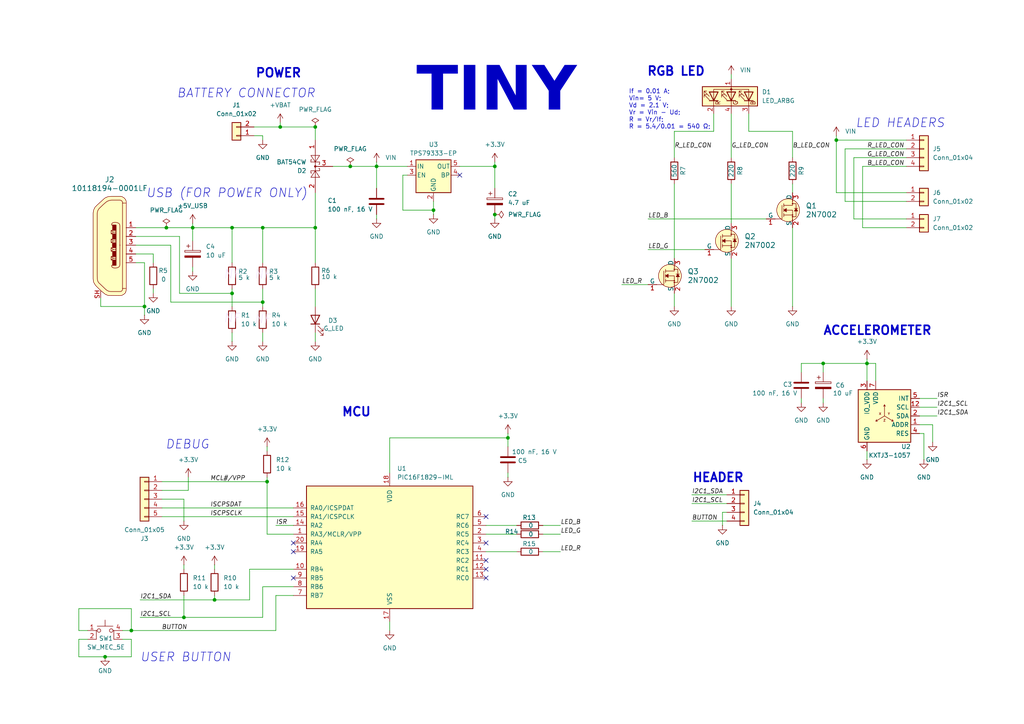
<source format=kicad_sch>
(kicad_sch (version 20250114) (generator "eeschema") (generator_version "9.0")
  (paper "A4")
  (lib_symbols
    (symbol "Connector_Generic:Conn_01x02" (pin_names (offset 1.016) (hide yes))
      (property "Reference" "J" (at 0 2.54 0))
      (property "Value" "Conn_01x02" (at 0 -5.08 0))
      (symbol "Conn_01x02_1_1"
        (pin passive line (at -5.08 0 0) (length 3.81) (name "Pin_1") (number "1"))
        (pin passive line (at -5.08 -2.54 0) (length 3.81) (name "Pin_2") (number "2"))
      )
    )
    (symbol "Connector_Generic:Conn_01x04" (pin_names (offset 1.016) (hide yes))
      (property "Reference" "J" (at 0 5.08 0))
      (property "Value" "Conn_01x04" (at 0 -7.62 0))
      (symbol "Conn_01x04_1_1"
        (pin passive line (at -5.08 2.54 0) (length 3.81) (name "Pin_1") (number "1"))
        (pin passive line (at -5.08 0 0) (length 3.81) (name "Pin_2") (number "2"))
        (pin passive line (at -5.08 -2.54 0) (length 3.81) (name "Pin_3") (number "3"))
        (pin passive line (at -5.08 -5.08 0) (length 3.81) (name "Pin_4") (number "4"))
      )
    )
    (symbol "Connector_Generic:Conn_01x05" (pin_names (offset 1.016) (hide yes))
      (property "Reference" "J" (at 0 7.62 0))
      (property "Value" "Conn_01x05" (at 0 -7.62 0))
      (symbol "Conn_01x05_1_1"
        (pin passive line (at -5.08 5.08 0) (length 3.81) (name "Pin_1") (number "1"))
        (pin passive line (at -5.08 2.54 0) (length 3.81) (name "Pin_2") (number "2"))
        (pin passive line (at -5.08 0 0) (length 3.81) (name "Pin_3") (number "3"))
        (pin passive line (at -5.08 -2.54 0) (length 3.81) (name "Pin_4") (number "4"))
        (pin passive line (at -5.08 -5.08 0) (length 3.81) (name "Pin_5") (number "5"))
      )
    )
    (symbol "Device:C" (pin_numbers (hide yes)) (pin_names (offset 0.254))
      (property "Reference" "C" (at 0.635 2.54 0))
      (property "Value" "C" (at 0.635 -2.54 0))
      (symbol "C_1_1"
        (pin passive line (at 0 3.81 270) (length 2.794) (name "~") (number "1"))
        (pin passive line (at 0 -3.81 90) (length 2.794) (name "~") (number "2"))
      )
    )
    (symbol "Device:C_Polarized" (pin_numbers (hide yes)) (pin_names (offset 0.254))
      (property "Reference" "C" (at 0.635 2.54 0))
      (property "Value" "C_Polarized" (at 0.635 -2.54 0))
      (symbol "C_Polarized_1_1"
        (pin passive line (at 0 3.81 270) (length 2.794) (name "~") (number "1"))
        (pin passive line (at 0 -3.81 90) (length 2.794) (name "~") (number "2"))
      )
    )
    (symbol "Device:LED" (pin_numbers (hide yes)) (pin_names (offset 1.016) (hide yes))
      (property "Reference" "D" (at 0 2.54 0))
      (property "Value" "LED" (at 0 -2.54 0))
      (symbol "LED_1_1"
        (pin passive line (at -3.81 0 0) (length 2.54) (name "K") (number "1"))
        (pin passive line (at 3.81 0 180) (length 2.54) (name "A") (number "2"))
      )
    )
    (symbol "Device:LED_ARBG" (pin_names (offset 0) (hide yes))
      (property "Reference" "D" (at 0 9.398 0))
      (property "Value" "LED_ARBG" (at 0 -8.89 0))
      (symbol "LED_ARBG_0_0"
        (text "R" (at -1.905 3.81 0) (effects (font (size 1.27 1.27))))
        (text "G" (at -1.905 -1.27 0) (effects (font (size 1.27 1.27))))
        (text "B" (at -1.905 -6.35 0) (effects (font (size 1.27 1.27))))
      )
      (symbol "LED_ARBG_1_1"
        (pin passive line (at -5.08 5.08 0) (length 2.54) (name "RK") (number "2"))
        (pin passive line (at -5.08 0 0) (length 2.54) (name "GK") (number "4"))
        (pin passive line (at -5.08 -5.08 0) (length 2.54) (name "BK") (number "3"))
        (pin passive line (at 5.08 0 180) (length 2.54) (name "A") (number "1"))
      )
    )
    (symbol "Device:R" (pin_numbers (hide yes)) (pin_names (offset 0))
      (property "Reference" "R" (at 2.032 0 90))
      (property "Value" "R" (at 0 0 90))
      (symbol "R_1_1"
        (pin passive line (at 0 3.81 270) (length 1.27) (name "~") (number "1"))
        (pin passive line (at 0 -3.81 90) (length 1.27) (name "~") (number "2"))
      )
    )
    (symbol "Diode:BAT54CW" (pin_names (offset 1.016))
      (property "Reference" "D" (at 0.635 -3.81 0))
      (property "Value" "BAT54CW" (at -6.35 3.175 0))
      (symbol "BAT54CW_1_1"
        (pin passive line (at -7.62 0 0) (length 3.81) (name "~") (number "1"))
        (pin passive line (at 0 -5.08 90) (length 5.08) (name "~") (number "3"))
        (pin passive line (at 7.62 0 180) (length 3.81) (name "~") (number "2"))
      )
    )
    (symbol "MCU_Microchip_PIC16:PIC16F1829-IML" (pin_names (offset 1.016))
      (property "Reference" "U" (at -24.13 22.86 0))
      (property "Value" "PIC16F1829-IML" (at -24.13 20.32 0))
      (symbol "PIC16F1829-IML_1_1"
        (pin bidirectional line (at -27.94 12.7 0) (length 3.81) (name "RA0/ICSPDAT") (number "16"))
        (pin bidirectional line (at -27.94 10.16 0) (length 3.81) (name "RA1/ICSPCLK") (number "15"))
        (pin bidirectional line (at -27.94 7.62 0) (length 3.81) (name "RA2") (number "14"))
        (pin bidirectional line (at -27.94 5.08 0) (length 3.81) (name "RA3/MCLR/VPP") (number "1"))
        (pin bidirectional line (at -27.94 2.54 0) (length 3.81) (name "RA4") (number "20"))
        (pin bidirectional line (at -27.94 0 0) (length 3.81) (name "RA5") (number "19"))
        (pin bidirectional line (at -27.94 -5.08 0) (length 3.81) (name "RB4") (number "10"))
        (pin bidirectional line (at -27.94 -7.62 0) (length 3.81) (name "RB5") (number "9"))
        (pin bidirectional line (at -27.94 -10.16 0) (length 3.81) (name "RB6") (number "8"))
        (pin bidirectional line (at -27.94 -12.7 0) (length 3.81) (name "RB7") (number "7"))
        (pin power_in line (at 0 22.86 270) (length 3.81) (name "VDD") (number "18"))
        (pin power_in line (at 0 -20.32 90) (length 3.81) (name "VSS") (number "17"))
        (pin bidirectional line (at 27.94 10.16 180) (length 3.81) (name "RC7") (number "6"))
        (pin bidirectional line (at 27.94 7.62 180) (length 3.81) (name "RC6") (number "5"))
        (pin bidirectional line (at 27.94 5.08 180) (length 3.81) (name "RC5") (number "2"))
        (pin bidirectional line (at 27.94 2.54 180) (length 3.81) (name "RC4") (number "3"))
        (pin bidirectional line (at 27.94 0 180) (length 3.81) (name "RC3") (number "4"))
        (pin bidirectional line (at 27.94 -2.54 180) (length 3.81) (name "RC2") (number "11"))
        (pin bidirectional line (at 27.94 -5.08 180) (length 3.81) (name "RC1") (number "12"))
        (pin bidirectional line (at 27.94 -7.62 180) (length 3.81) (name "RC0") (number "13"))
      )
    )
    (symbol "Regulator_Linear:TPS79333-EP" (pin_names (offset 0.254))
      (property "Reference" "U" (at -3.81 5.715 0))
      (property "Value" "TPS79333-EP" (at 0 5.715 0))
      (symbol "TPS79333-EP_1_1"
        (pin power_in line (at -7.62 2.54 0) (length 2.54) (name "IN") (number "1"))
        (pin input line (at -7.62 0 0) (length 2.54) (name "EN") (number "3"))
        (pin power_in line (at 0 -7.62 90) (length 2.54) (name "GND") (number "2"))
        (pin power_out line (at 7.62 2.54 180) (length 2.54) (name "OUT") (number "5"))
        (pin bidirectional line (at 7.62 0 180) (length 2.54) (name "BP") (number "4"))
      )
    )
    (symbol "Sensor_Motion:KXTJ3-1057"
      (property "Reference" "U" (at -1.27 11.43 0))
      (property "Value" "KXTJ3-1057" (at -1.27 8.89 0))
      (symbol "KXTJ3-1057_0_0"
        (text "X" (at -1.27 0.635 0) (effects (font (size 0.635 0.635) (bold yes))))
        (text "Z" (at 0 -1.27 0) (effects (font (size 0.635 0.635) (bold yes))))
        (text "Y" (at 1.27 0.635 0) (effects (font (size 0.635 0.635) (bold yes))))
      )
      (symbol "KXTJ3-1057_1_1"
        (pin passive line (at -5.08 10.16 270) (length 2.54) (hide yes) (name "IO_VDD") (number "11"))
        (pin power_in line (at -5.08 10.16 270) (length 2.54) (name "IO_VDD") (number "3"))
        (pin power_in line (at -5.08 -10.16 90) (length 2.54) (name "GND") (number "6"))
        (pin passive line (at -5.08 -10.16 90) (length 2.54) (hide yes) (name "GND") (number "8"))
        (pin passive line (at -5.08 -10.16 90) (length 2.54) (hide yes) (name "GND") (number "9"))
        (pin passive line (at -2.54 10.16 270) (length 2.54) (hide yes) (name "VDD") (number "10"))
        (pin power_in line (at -2.54 10.16 270) (length 2.54) (name "VDD") (number "7"))
        (pin output line (at 10.16 5.08 180) (length 2.54) (name "INT") (number "5"))
        (pin input line (at 10.16 2.54 180) (length 2.54) (name "SCL") (number "12"))
        (pin bidirectional line (at 10.16 0 180) (length 2.54) (name "SDA") (number "2"))
        (pin input line (at 10.16 -2.54 180) (length 2.54) (name "ADDR") (number "1"))
        (pin passive line (at 10.16 -5.08 180) (length 2.54) (name "RES") (number "4"))
      )
    )
    (symbol "Switch:SW_MEC_5E" (pin_names (offset 1.016) (hide yes))
      (property "Reference" "SW" (at 0.635 5.715 0))
      (property "Value" "SW_MEC_5E" (at 0 -3.175 0))
      (symbol "SW_MEC_5E_0_1"
        (pin passive line (at -5.08 2.54 0) (length 2.54) (name "1") (number "1"))
        (pin passive line (at -5.08 0 0) (length 2.54) (name "2") (number "2"))
        (pin passive line (at 5.08 2.54 180) (length 2.54) (name "A") (number "4"))
        (pin passive line (at 5.08 0 180) (length 2.54) (name "K") (number "3"))
      )
    )
    (symbol "dk_Transistors-FETs-MOSFETs-Single:2N7002" (pin_names (offset 0))
      (property "Reference" "Q" (at -2.6924 3.6322 0))
      (property "Value" "2N7002" (at 3.4544 0 90))
      (symbol "2N7002_1_1"
        (pin bidirectional line (at -7.62 -2.54 0) (length 2.54) (name "G") (number "1"))
        (pin bidirectional line (at 0 5.08 270) (length 2.54) (name "D") (number "3"))
        (pin bidirectional line (at 0 -5.08 90) (length 2.54) (name "S") (number "2"))
      )
    )
    (symbol "dk_USB-DVI-HDMI-Connectors:10118194-0001LF" (pin_names (offset 1.016))
      (property "Reference" "J" (at -4.445 15.24 0))
      (property "Value" "10118194-0001LF" (at -6.35 -7.62 90))
      (symbol "10118194-0001LF_1_1"
        (pin passive line (at -2.54 -15.24 90) (length 2.032) (name "~") (number "SH"))
        (pin passive line (at 7.62 5.08 180) (length 2.794) (name "~") (number "1"))
        (pin passive line (at 7.62 2.54 180) (length 2.794) (name "~") (number "2"))
        (pin passive line (at 7.62 0 180) (length 2.794) (name "~") (number "3"))
        (pin passive line (at 7.62 -2.54 180) (length 2.794) (name "~") (number "4"))
        (pin passive line (at 7.62 -5.08 180) (length 2.794) (name "~") (number "5"))
      )
    )
    (symbol "power:+3.3V" (power) (pin_numbers (hide yes)) (pin_names (offset 0) (hide yes))
      (property "Value" "+3.3V" (at 0 3.556 0))
      (symbol "+3.3V_1_1"
        (pin power_in line (at 0 0 90) (length 0) (name "~") (number "1"))
      )
    )
    (symbol "power:GND" (power) (pin_numbers (hide yes)) (pin_names (offset 0) (hide yes))
      (property "Value" "GND" (at 0 -3.81 0))
      (symbol "GND_1_1"
        (pin power_in line (at 0 0 270) (length 0) (name "~") (number "1"))
      )
    )
    (symbol "power:PWR_FLAG" (power) (pin_numbers (hide yes)) (pin_names (offset 0) (hide yes))
      (property "Value" "PWR_FLAG" (at 0 3.81 0))
      (symbol "PWR_FLAG_0_0"
        (pin power_out line (at 0 0 90) (length 0) (name "~") (number "1"))
      )
    )
    (symbol "power:VCC" (power) (pin_numbers (hide yes)) (pin_names (offset 0) (hide yes))
      (property "Value" "VCC" (at 0 3.556 0))
      (symbol "VCC_1_1"
        (pin power_in line (at 0 0 90) (length 0) (name "~") (number "1"))
      )
    )
  )
  (text "NF" (at 76.2 79.756 0) (effects (font (size 2.54 2.54) (italic yes))))
  (text "HEADER" (at 208.28 138.684 0) (effects (font (size 2.54 2.54) (thickness 0.508) (bold yes))))
  (text "BATTERY CONNECTOR" (at 71.374 27.178 0) (effects (font (size 2.54 2.54) (italic yes))))
  (text "NF" (at 67.31 79.756 0) (effects (font (size 2.54 2.54) (italic yes))))
  (text "If = 0.01 A;\nVin= 5 V;\nVd = 2.1 V;\nVr = Vin - Ud;\nR = Vr/If;\nR = 5.4/0.01 = 540 Ω;" (at 182.372 31.75 0) (effects (font (size 1.27 1.27) (thickness 0.1588)) (justify left)))
  (text "NF" (at 76.2 92.71 0) (effects (font (size 2.54 2.54) (italic yes))))
  (text "RGB LED" (at 196.088 20.828 0) (effects (font (size 2.54 2.54) (thickness 0.508) (bold yes))))
  (text "USER BUTTON" (at 53.848 190.754 0) (effects (font (size 2.54 2.54) (italic yes))))
  (text "ACCELEROMETER" (at 254.508 96.012 0) (effects (font (size 2.54 2.54) (thickness 0.508) (bold yes))))
  (text "LED HEADERS" (at 261.112 35.814 0) (effects (font (size 2.54 2.54) (italic yes))))
  (text "TINY" (at 144.018 29.972 0) (effects (font (size 12.7 12.7) (thickness 0.508) (bold yes))))
  (text "DEBUG" (at 54.356 129.032 0) (effects (font (size 2.54 2.54) (italic yes))))
  (text "USB (FOR POWER ONLY)" (at 65.786 56.134 0) (effects (font (size 2.54 2.54) (italic yes))))
  (text "MCU" (at 103.378 119.634 0) (effects (font (size 2.54 2.54) (thickness 0.508) (bold yes))))
  (text "NF" (at 67.31 92.456 0) (effects (font (size 2.54 2.54) (italic yes))))
  (text "POWER" (at 80.772 21.336 0) (effects (font (size 2.54 2.54) (thickness 0.508) (bold yes))))
  (junction (at 30.48 190.5))
  (junction (at 41.91 88.9))
  (junction (at 101.6 48.26))
  (junction (at 242.57 40.64))
  (junction (at 67.31 66.04))
  (junction (at 91.44 66.04))
  (junction (at 62.23 173.99))
  (junction (at 109.22 48.26))
  (junction (at 55.88 66.04))
  (junction (at 53.34 179.07))
  (junction (at 81.28 36.83))
  (junction (at 143.51 62.23))
  (junction (at 125.73 60.96))
  (junction (at 251.46 105.41))
  (junction (at 238.76 105.41))
  (junction (at 38.1 182.88))
  (junction (at 76.2 87.63))
  (junction (at 91.44 36.83))
  (junction (at 48.26 66.04))
  (junction (at 147.32 127))
  (junction (at 76.2 66.04))
  (junction (at 67.31 85.09))
  (junction (at 143.51 48.26))
  (junction (at 77.47 139.7))
  (no_connect (at 140.97 157.48))
  (no_connect (at 140.97 149.86))
  (no_connect (at 140.97 162.56))
  (no_connect (at 85.09 160.02))
  (no_connect (at 140.97 167.64))
  (no_connect (at 85.09 167.64))
  (no_connect (at 140.97 165.1))
  (no_connect (at 85.09 157.48))
  (no_connect (at 133.35 50.8))
  (wire (pts (xy 238.76 105.41) (xy 251.46 105.41)))
  (wire (pts (xy 44.45 83.82) (xy 44.45 85.09)))
  (wire (pts (xy 39.37 66.04) (xy 48.26 66.04)))
  (wire (pts (xy 180.34 82.55) (xy 187.96 82.55)))
  (wire (pts (xy 76.2 39.37) (xy 73.66 39.37)))
  (wire (pts (xy 195.58 85.09) (xy 195.58 88.9)))
  (wire (pts (xy 125.73 60.96) (xy 125.73 62.23)))
  (wire (pts (xy 247.65 63.5) (xy 262.89 63.5)))
  (wire (pts (xy 76.2 76.2) (xy 76.2 66.04)))
  (wire (pts (xy 266.7 115.57) (xy 271.78 115.57)))
  (wire (pts (xy 254 105.41) (xy 251.46 105.41)))
  (wire (pts (xy 41.91 88.9) (xy 41.91 91.44)))
  (wire (pts (xy 67.31 66.04) (xy 55.88 66.04)))
  (wire (pts (xy 40.64 179.07) (xy 53.34 179.07)))
  (wire (pts (xy 72.39 165.1) (xy 72.39 173.99)))
  (wire (pts (xy 109.22 48.26) (xy 109.22 54.61)))
  (wire (pts (xy 77.47 129.54) (xy 77.47 130.81)))
  (wire (pts (xy 209.55 148.59) (xy 209.55 152.4)))
  (wire (pts (xy 262.89 58.42) (xy 245.11 58.42)))
  (wire (pts (xy 91.44 66.04) (xy 91.44 76.2)))
  (wire (pts (xy 91.44 96.52) (xy 91.44 99.06)))
  (wire (pts (xy 46.99 147.32) (xy 85.09 147.32)))
  (wire (pts (xy 67.31 99.06) (xy 67.31 96.52)))
  (wire (pts (xy 212.09 21.59) (xy 212.09 22.86)))
  (wire (pts (xy 62.23 163.83) (xy 62.23 165.1)))
  (wire (pts (xy 29.21 86.36) (xy 29.21 88.9)))
  (wire (pts (xy 195.58 38.1) (xy 195.58 45.72)))
  (wire (pts (xy 53.34 172.72) (xy 53.34 179.07)))
  (wire (pts (xy 113.03 180.34) (xy 113.03 182.88)))
  (wire (pts (xy 109.22 46.99) (xy 109.22 48.26)))
  (wire (pts (xy 49.53 87.63) (xy 76.2 87.63)))
  (wire (pts (xy 76.2 96.52) (xy 76.2 99.06)))
  (wire (pts (xy 157.48 160.02) (xy 162.56 160.02)))
  (wire (pts (xy 116.84 50.8) (xy 116.84 60.96)))
  (wire (pts (xy 52.07 85.09) (xy 67.31 85.09)))
  (wire (pts (xy 254 110.49) (xy 254 105.41)))
  (wire (pts (xy 49.53 71.12) (xy 49.53 87.63)))
  (wire (pts (xy 54.61 138.43) (xy 54.61 142.24)))
  (wire (pts (xy 38.1 185.42) (xy 38.1 190.5)))
  (wire (pts (xy 81.28 35.56) (xy 81.28 36.83)))
  (wire (pts (xy 195.58 53.34) (xy 195.58 74.93)))
  (wire (pts (xy 25.4 182.88) (xy 22.86 182.88)))
  (wire (pts (xy 80.01 172.72) (xy 80.01 182.88)))
  (wire (pts (xy 217.17 38.1) (xy 217.17 33.02)))
  (wire (pts (xy 48.26 66.04) (xy 55.88 66.04)))
  (wire (pts (xy 270.51 123.19) (xy 270.51 128.27)))
  (wire (pts (xy 200.66 146.05) (xy 210.82 146.05)))
  (wire (pts (xy 38.1 176.53) (xy 38.1 182.88)))
  (wire (pts (xy 266.7 118.11) (xy 271.78 118.11)))
  (wire (pts (xy 250.19 66.04) (xy 250.19 48.26)))
  (wire (pts (xy 247.65 63.5) (xy 247.65 45.72)))
  (wire (pts (xy 238.76 105.41) (xy 238.76 107.95)))
  (wire (pts (xy 53.34 163.83) (xy 53.34 165.1)))
  (wire (pts (xy 77.47 139.7) (xy 77.47 154.94)))
  (wire (pts (xy 238.76 115.57) (xy 238.76 116.84)))
  (wire (pts (xy 67.31 85.09) (xy 67.31 88.9)))
  (wire (pts (xy 22.86 185.42) (xy 22.86 190.5)))
  (wire (pts (xy 55.88 66.04) (xy 55.88 69.85)))
  (wire (pts (xy 267.97 133.35) (xy 267.97 125.73)))
  (wire (pts (xy 53.34 151.13) (xy 53.34 144.78)))
  (wire (pts (xy 55.88 77.47) (xy 55.88 78.74)))
  (wire (pts (xy 44.45 76.2) (xy 44.45 73.66)))
  (wire (pts (xy 229.87 53.34) (xy 229.87 55.88)))
  (wire (pts (xy 72.39 165.1) (xy 85.09 165.1)))
  (wire (pts (xy 67.31 76.2) (xy 67.31 66.04)))
  (wire (pts (xy 39.37 71.12) (xy 49.53 71.12)))
  (wire (pts (xy 140.97 160.02) (xy 149.86 160.02)))
  (wire (pts (xy 251.46 104.14) (xy 251.46 105.41)))
  (wire (pts (xy 38.1 190.5) (xy 30.48 190.5)))
  (wire (pts (xy 147.32 127) (xy 147.32 129.54)))
  (wire (pts (xy 157.48 152.4) (xy 162.56 152.4)))
  (wire (pts (xy 143.51 63.5) (xy 143.51 62.23)))
  (wire (pts (xy 76.2 66.04) (xy 67.31 66.04)))
  (wire (pts (xy 232.41 107.95) (xy 232.41 105.41)))
  (wire (pts (xy 113.03 127) (xy 113.03 137.16)))
  (wire (pts (xy 101.6 48.26) (xy 109.22 48.26)))
  (wire (pts (xy 76.2 170.18) (xy 85.09 170.18)))
  (wire (pts (xy 200.66 151.13) (xy 210.82 151.13)))
  (wire (pts (xy 157.48 154.94) (xy 162.56 154.94)))
  (wire (pts (xy 140.97 152.4) (xy 149.86 152.4)))
  (wire (pts (xy 267.97 125.73) (xy 266.7 125.73)))
  (wire (pts (xy 76.2 87.63) (xy 76.2 88.9)))
  (wire (pts (xy 242.57 40.64) (xy 262.89 40.64)))
  (wire (pts (xy 109.22 63.5) (xy 109.22 62.23)))
  (wire (pts (xy 200.66 143.51) (xy 210.82 143.51)))
  (wire (pts (xy 44.45 73.66) (xy 39.37 73.66)))
  (wire (pts (xy 113.03 127) (xy 147.32 127)))
  (wire (pts (xy 232.41 115.57) (xy 232.41 116.84)))
  (wire (pts (xy 35.56 185.42) (xy 38.1 185.42)))
  (wire (pts (xy 77.47 138.43) (xy 77.47 139.7)))
  (wire (pts (xy 29.21 88.9) (xy 41.91 88.9)))
  (wire (pts (xy 46.99 142.24) (xy 54.61 142.24)))
  (wire (pts (xy 245.11 58.42) (xy 245.11 43.18)))
  (wire (pts (xy 242.57 39.37) (xy 242.57 40.64)))
  (wire (pts (xy 77.47 154.94) (xy 85.09 154.94)))
  (wire (pts (xy 53.34 144.78) (xy 46.99 144.78)))
  (wire (pts (xy 81.28 36.83) (xy 91.44 36.83)))
  (wire (pts (xy 266.7 120.65) (xy 271.78 120.65)))
  (wire (pts (xy 41.91 76.2) (xy 39.37 76.2)))
  (wire (pts (xy 40.64 173.99) (xy 62.23 173.99)))
  (wire (pts (xy 266.7 123.19) (xy 270.51 123.19)))
  (wire (pts (xy 195.58 38.1) (xy 207.01 38.1)))
  (wire (pts (xy 52.07 68.58) (xy 52.07 85.09)))
  (wire (pts (xy 46.99 149.86) (xy 85.09 149.86)))
  (wire (pts (xy 25.4 185.42) (xy 22.86 185.42)))
  (wire (pts (xy 143.51 46.99) (xy 143.51 48.26)))
  (wire (pts (xy 76.2 66.04) (xy 91.44 66.04)))
  (wire (pts (xy 73.66 36.83) (xy 81.28 36.83)))
  (wire (pts (xy 91.44 36.83) (xy 91.44 40.64)))
  (wire (pts (xy 46.99 139.7) (xy 77.47 139.7)))
  (wire (pts (xy 41.91 88.9) (xy 41.91 76.2)))
  (wire (pts (xy 251.46 110.49) (xy 251.46 105.41)))
  (wire (pts (xy 76.2 40.64) (xy 76.2 39.37)))
  (wire (pts (xy 72.39 173.99) (xy 62.23 173.99)))
  (wire (pts (xy 229.87 38.1) (xy 217.17 38.1)))
  (wire (pts (xy 147.32 125.73) (xy 147.32 127)))
  (wire (pts (xy 229.87 38.1) (xy 229.87 45.72)))
  (wire (pts (xy 109.22 48.26) (xy 118.11 48.26)))
  (wire (pts (xy 143.51 48.26) (xy 143.51 54.61)))
  (wire (pts (xy 187.96 72.39) (xy 204.47 72.39)))
  (wire (pts (xy 80.01 152.4) (xy 85.09 152.4)))
  (wire (pts (xy 125.73 58.42) (xy 125.73 60.96)))
  (wire (pts (xy 250.19 48.26) (xy 262.89 48.26)))
  (wire (pts (xy 55.88 64.77) (xy 55.88 66.04)))
  (wire (pts (xy 91.44 88.9) (xy 91.44 83.82)))
  (wire (pts (xy 38.1 182.88) (xy 35.56 182.88)))
  (wire (pts (xy 242.57 55.88) (xy 242.57 40.64)))
  (wire (pts (xy 22.86 176.53) (xy 38.1 176.53)))
  (wire (pts (xy 242.57 55.88) (xy 262.89 55.88)))
  (wire (pts (xy 207.01 38.1) (xy 207.01 33.02)))
  (wire (pts (xy 39.37 68.58) (xy 52.07 68.58)))
  (wire (pts (xy 22.86 182.88) (xy 22.86 176.53)))
  (wire (pts (xy 67.31 83.82) (xy 67.31 85.09)))
  (wire (pts (xy 187.96 63.5) (xy 222.25 63.5)))
  (wire (pts (xy 76.2 170.18) (xy 76.2 179.07)))
  (wire (pts (xy 245.11 43.18) (xy 262.89 43.18)))
  (wire (pts (xy 229.87 66.04) (xy 229.87 88.9)))
  (wire (pts (xy 210.82 148.59) (xy 209.55 148.59)))
  (wire (pts (xy 212.09 33.02) (xy 212.09 45.72)))
  (wire (pts (xy 251.46 130.81) (xy 251.46 133.35)))
  (wire (pts (xy 116.84 60.96) (xy 125.73 60.96)))
  (wire (pts (xy 85.09 172.72) (xy 80.01 172.72)))
  (wire (pts (xy 250.19 66.04) (xy 262.89 66.04)))
  (wire (pts (xy 62.23 172.72) (xy 62.23 173.99)))
  (wire (pts (xy 212.09 74.93) (xy 212.09 88.9)))
  (wire (pts (xy 91.44 66.04) (xy 91.44 55.88)))
  (wire (pts (xy 133.35 48.26) (xy 143.51 48.26)))
  (wire (pts (xy 118.11 50.8) (xy 116.84 50.8)))
  (wire (pts (xy 140.97 154.94) (xy 149.86 154.94)))
  (wire (pts (xy 147.32 138.43) (xy 147.32 137.16)))
  (wire (pts (xy 247.65 45.72) (xy 262.89 45.72)))
  (wire (pts (xy 76.2 83.82) (xy 76.2 87.63)))
  (wire (pts (xy 38.1 182.88) (xy 80.01 182.88)))
  (wire (pts (xy 53.34 179.07) (xy 76.2 179.07)))
  (wire (pts (xy 212.09 53.34) (xy 212.09 64.77)))
  (wire (pts (xy 22.86 190.5) (xy 30.48 190.5)))
  (wire (pts (xy 232.41 105.41) (xy 238.76 105.41)))
  (wire (pts (xy 96.52 48.26) (xy 101.6 48.26)))
  (label "LED_G" (at 187.96 72.39 0) (effects (font (italic yes))))
  (label "I2C1_SDA" (at 40.64 173.99 0) (effects (font (italic yes))))
  (label "LED_G" (at 162.56 154.94 0) (effects (font (italic yes))))
  (label "LED_B" (at 187.96 63.5 0) (effects (font (italic yes))))
  (label "BUTTON" (at 46.8698 182.88 0) (effects (font (italic yes))))
  (label "ISR" (at 271.78 115.57 0) (effects (font (italic yes))))
  (label "G_LED_CON" (at 212.09 43.18 0) (effects (font (italic yes))))
  (label "B_LED_CON" (at 229.87 43.18 0) (effects (font (italic yes))))
  (label "I2C1_SCL" (at 200.66 146.05 0) (effects (font (italic yes))))
  (label "LED_R" (at 180.34 82.55 0) (effects (font (italic yes))))
  (label "MCL#{slash}VPP" (at 60.96 139.7 0) (effects (font (italic yes))))
  (label "B_LED_CON" (at 251.46 48.26 0) (effects (font (italic yes))))
  (label "LED_R" (at 162.56 160.02 0) (effects (font (italic yes))))
  (label "R_LED_CON" (at 195.58 43.18 0) (effects (font (italic yes))))
  (label "I2C1_SDA" (at 200.66 143.51 0) (effects (font (italic yes))))
  (label "ISR" (at 80.01 152.4 0) (effects (font (italic yes))))
  (label "R_LED_CON" (at 251.46 43.18 0) (effects (font (italic yes))))
  (label "LED_B" (at 162.56 152.4 0) (effects (font (italic yes))))
  (label "I2C1_SDA" (at 271.78 120.65 0) (effects (font (italic yes))))
  (label "G_LED_CON" (at 251.46 45.72 0) (effects (font (italic yes))))
  (label "I2C1_SCL" (at 271.78 118.11 0) (effects (font (italic yes))))
  (label "BUTTON" (at 200.66 151.13 0) (effects (font (italic yes))))
  (label "I2C1_SCL" (at 40.64 179.07 0) (effects (font (italic yes))))
  (label "ISCPSCLK" (at 60.96 149.86 0) (effects (font (italic yes))))
  (label "ISCPSDAT" (at 60.96 147.32 0) (effects (font (italic yes))))
  (symbol (lib_id "dk_Transistors-FETs-MOSFETs-Single:2N7002") (at 195.58 80.01 0) (unit 1)
    (property "Reference" "Q3" (at 199.39 78.7399 0) (effects (font (size 1.524 1.524)) (justify left)))
    (property "Value" "2N7002" (at 199.39 81.2799 0) (effects (font (size 1.524 1.524)) (justify left)))
    (property "Footprint" "Package_TO_SOT_SMD:SOT-23" (effects (hide yes)))
    (property "Datasheet" "https://www.onsemi.com/pub/Collateral/NDS7002A-D.PDF" (effects (hide yes)))
    (property "Description" "MOSFET N-CH 60V 115MA SOT-23" (effects (hide yes)))
    (property "Digi-Key_PN" "2N7002NCT-ND" (effects (hide yes)))
    (property "MPN" "2N7002" (effects (hide yes)))
    (property "Category" "Discrete Semiconductor Products" (effects (hide yes)))
    (property "Family" "Transistors - FETs, MOSFETs - Single" (effects (hide yes)))
    (property "DK_Datasheet_Link" "https://www.onsemi.com/pub/Collateral/NDS7002A-D.PDF" (effects (hide yes)))
    (property "DK_Detail_Page" "/product-detail/en/on-semiconductor/2N7002/2N7002NCT-ND/244664" (effects (hide yes)))
    (property "Description_1" "MOSFET N-CH 60V 115MA SOT-23" (effects (hide yes)))
    (property "Manufacturer" "ON Semiconductor" (effects (hide yes)))
    (property "Status" "Active" (effects (hide yes)))
  )
  (symbol (lib_id "power:+3.3V") (at 251.46 104.14 0) (unit 1)
    (property "Reference" "#PWR021" (effects (hide yes)))
    (property "Value" "+3.3V" (at 251.46 99.06 0))
    (property "Description" "Power symbol creates a global label with name \"+3.3V\"" (effects (hide yes)))
  )
  (symbol (lib_id "Connector_Generic:Conn_01x02") (at 267.97 55.88 0) (unit 1)
    (property "Reference" "J6" (at 270.51 55.8799 0) (effects (justify left)))
    (property "Value" "Conn_01x02" (at 270.51 58.4199 0) (effects (justify left)))
    (property "Footprint" "Connector_PinHeader_1.27mm:PinHeader_1x02_P1.27mm_Vertical" (effects (hide yes)))
    (property "Description" "Generic connector, single row, 01x02, script generated (kicad-library-utils/schlib/autogen/connector/)" (effects (hide yes)))
  )
  (symbol (lib_id "Device:R") (at 153.67 152.4 90) (unit 1)
    (property "Reference" "R13" (at 155.448 150.114 90) (effects (justify left)))
    (property "Value" "0" (at 154.686 152.4 90) (effects (justify left)))
    (property "Footprint" "Resistor_SMD:R_0603_1608Metric_Pad0.98x0.95mm_HandSolder" (effects (hide yes)))
    (property "Description" "Resistor" (effects (hide yes)))
  )
  (symbol (lib_id "power:+3.3V") (at 53.34 163.83 0) (unit 1)
    (property "Reference" "#PWR026" (effects (hide yes)))
    (property "Value" "+3.3V" (at 53.34 158.75 0))
    (property "Description" "Power symbol creates a global label with name \"+3.3V\"" (effects (hide yes)))
  )
  (symbol (lib_id "Device:R") (at 212.09 49.53 180) (unit 1)
    (property "Reference" "R8" (at 214.63 49.53 90))
    (property "Value" "220" (at 212.09 49.53 90))
    (property "Footprint" "Resistor_SMD:R_0603_1608Metric_Pad0.98x0.95mm_HandSolder" (effects (hide yes)))
    (property "Description" "Resistor" (effects (hide yes)))
  )
  (symbol (lib_id "Connector_Generic:Conn_01x02") (at 267.97 63.5 0) (unit 1)
    (property "Reference" "J7" (at 270.51 63.4999 0) (effects (justify left)))
    (property "Value" "Conn_01x02" (at 270.51 66.0399 0) (effects (justify left)))
    (property "Footprint" "Connector_PinHeader_1.27mm:PinHeader_1x02_P1.27mm_Vertical" (effects (hide yes)))
    (property "Description" "Generic connector, single row, 01x02, script generated (kicad-library-utils/schlib/autogen/connector/)" (effects (hide yes)))
  )
  (symbol (lib_id "power:GND") (at 41.91 91.44 0) (unit 1)
    (property "Reference" "#PWR010" (effects (hide yes)))
    (property "Value" "GND" (at 41.91 96.52 0))
    (property "Description" "Power symbol creates a global label with name \"GND\" , ground" (effects (hide yes)))
  )
  (symbol (lib_id "Connector_Generic:Conn_01x02") (at 68.58 39.37 180) (unit 1)
    (property "Reference" "J1" (at 68.58 30.48 0))
    (property "Value" "Conn_01x02" (at 68.58 33.02 0))
    (property "Footprint" "Connector_PinHeader_1.27mm:PinHeader_1x02_P1.27mm_Vertical" (effects (hide yes)))
    (property "Description" "Generic connector, single row, 01x02, script generated (kicad-library-utils/schlib/autogen/connector/)" (effects (hide yes)))
  )
  (symbol (lib_id "Device:R") (at 67.31 92.71 0) (unit 1)
    (property "Reference" "R1" (at 69.85 91.4399 0) (effects (justify left)))
    (property "Value" "10 k" (at 69.85 93.9799 0) (effects (justify left)))
    (property "Footprint" "Resistor_SMD:R_0603_1608Metric_Pad0.98x0.95mm_HandSolder" (effects (hide yes)))
    (property "Description" "Resistor" (effects (hide yes)))
  )
  (symbol (lib_id "power:GND") (at 212.09 88.9 0) (mirror y) (unit 1)
    (property "Reference" "#PWR016" (effects (hide yes)))
    (property "Value" "GND" (at 212.09 93.98 0))
    (property "Description" "Power symbol creates a global label with name \"GND\" , ground" (effects (hide yes)))
  )
  (symbol (lib_id "power:GND") (at 91.44 99.06 0) (unit 1)
    (property "Reference" "#PWR014" (effects (hide yes)))
    (property "Value" "GND" (at 91.44 104.14 0))
    (property "Description" "Power symbol creates a global label with name \"GND\" , ground" (effects (hide yes)))
  )
  (symbol (lib_id "power:GND") (at 67.31 99.06 0) (unit 1)
    (property "Reference" "#PWR06" (effects (hide yes)))
    (property "Value" "GND" (at 67.31 104.14 0))
    (property "Description" "Power symbol creates a global label with name \"GND\" , ground" (effects (hide yes)))
  )
  (symbol (lib_id "power:GND") (at 76.2 40.64 0) (unit 1)
    (property "Reference" "#PWR013" (effects (hide yes)))
    (property "Value" "GND" (at 76.2 45.72 0))
    (property "Description" "Power symbol creates a global label with name \"GND\" , ground" (effects (hide yes)))
  )
  (symbol (lib_id "Device:LED") (at 91.44 92.71 90) (unit 1)
    (property "Reference" "D3" (at 96.52 92.964 90))
    (property "Value" "G_LED" (at 96.774 95.25 90))
    (property "Footprint" "LED_SMD:LED_0805_2012Metric" (effects (hide yes)))
    (property "Description" "Light emitting diode" (effects (hide yes)))
    (property "Sim.Pins" "1=K 2=A" (effects (hide yes)))
  )
  (symbol (lib_id "Device:R") (at 76.2 92.71 0) (unit 1)
    (property "Reference" "R4" (at 78.74 91.4399 0) (effects (justify left)))
    (property "Value" "10 k" (at 78.74 93.9799 0) (effects (justify left)))
    (property "Footprint" "Resistor_SMD:R_0603_1608Metric_Pad0.98x0.95mm_HandSolder" (effects (hide yes)))
    (property "Description" "Resistor" (effects (hide yes)))
  )
  (symbol (lib_id "power:GND") (at 113.03 182.88 0) (mirror y) (unit 1)
    (property "Reference" "#PWR032" (effects (hide yes)))
    (property "Value" "GND" (at 113.03 187.96 0))
    (property "Description" "Power symbol creates a global label with name \"GND\" , ground" (effects (hide yes)))
  )
  (symbol (lib_id "Device:R") (at 62.23 168.91 180) (unit 1)
    (property "Reference" "R10" (at 64.77 167.6399 0) (effects (justify right)))
    (property "Value" "10 k" (at 64.77 170.1799 0) (effects (justify right)))
    (property "Footprint" "Resistor_SMD:R_0603_1608Metric_Pad0.98x0.95mm_HandSolder" (effects (hide yes)))
    (property "Description" "Resistor" (effects (hide yes)))
  )
  (symbol (lib_id "Device:R") (at 195.58 49.53 180) (unit 1)
    (property "Reference" "R7" (at 198.12 49.53 90))
    (property "Value" "560" (at 195.58 49.53 90))
    (property "Footprint" "Resistor_SMD:R_0603_1608Metric_Pad0.98x0.95mm_HandSolder" (effects (hide yes)))
    (property "Description" "Resistor" (effects (hide yes)))
  )
  (symbol (lib_id "power:PWR_FLAG") (at 101.6 48.26 0) (unit 1)
    (property "Reference" "#FLG03" (effects (hide yes)))
    (property "Value" "PWR_FLAG" (at 101.6 43.18 0))
    (property "Description" "Special symbol for telling ERC where power comes from" (effects (hide yes)))
  )
  (symbol (lib_id "power:GND") (at 209.55 152.4 0) (mirror y) (unit 1)
    (property "Reference" "#PWR035" (effects (hide yes)))
    (property "Value" "GND" (at 209.55 157.48 0))
    (property "Description" "Power symbol creates a global label with name \"GND\" , ground" (effects (hide yes)))
  )
  (symbol (lib_id "power:GND") (at 232.41 116.84 0) (mirror y) (unit 1)
    (property "Reference" "#PWR022" (effects (hide yes)))
    (property "Value" "GND" (at 232.41 121.92 0))
    (property "Description" "Power symbol creates a global label with name \"GND\" , ground" (effects (hide yes)))
  )
  (symbol (lib_id "dk_USB-DVI-HDMI-Connectors:10118194-0001LF") (at 31.75 71.12 0) (unit 1)
    (property "Reference" "J2" (at 31.8008 52.07 0) (effects (font (size 1.524 1.524))))
    (property "Value" "10118194-0001LF" (at 31.8008 54.61 0) (effects (font (size 1.524 1.524))))
    (property "Footprint" "digikey-footprints:USB_Micro_B_Female_10118194-0001LF" (effects (hide yes)))
    (property "Datasheet" "http://www.amphenol-icc.com/media/wysiwyg/files/drawing/10118194.pdf" (effects (hide yes)))
    (property "Description" "CONN RCPT USB2.0 MICRO B SMD R/A" (effects (hide yes)))
    (property "Digi-Key_PN" "609-4618-1-ND" (effects (hide yes)))
    (property "MPN" "10118194-0001LF" (effects (hide yes)))
    (property "Category" "Connectors, Interconnects" (effects (hide yes)))
    (property "Family" "USB, DVI, HDMI Connectors" (effects (hide yes)))
    (property "DK_Datasheet_Link" "http://www.amphenol-icc.com/media/wysiwyg/files/drawing/10118194.pdf" (effects (hide yes)))
    (property "DK_Detail_Page" "/product-detail/en/amphenol-icc-fci/10118194-0001LF/609-4618-1-ND/2785382" (effects (hide yes)))
    (property "Description_1" "CONN RCPT USB2.0 MICRO B SMD R/A" (effects (hide yes)))
    (property "Manufacturer" "Amphenol ICC (FCI)" (effects (hide yes)))
    (property "Status" "Active" (effects (hide yes)))
  )
  (symbol (lib_id "Device:R") (at 153.67 154.94 90) (unit 1)
    (property "Reference" "R14" (at 150.368 154.178 90) (effects (justify left)))
    (property "Value" "0" (at 154.686 154.94 90) (effects (justify left)))
    (property "Footprint" "Resistor_SMD:R_0603_1608Metric_Pad0.98x0.95mm_HandSolder" (effects (hide yes)))
    (property "Description" "Resistor" (effects (hide yes)))
  )
  (symbol (lib_id "power:PWR_FLAG") (at 143.51 62.23 270) (unit 1)
    (property "Reference" "#FLG04" (effects (hide yes)))
    (property "Value" "PWR_FLAG" (at 147.32 62.2299 90) (effects (justify left)))
    (property "Description" "Special symbol for telling ERC where power comes from" (effects (hide yes)))
  )
  (symbol (lib_id "Device:R") (at 153.67 160.02 90) (unit 1)
    (property "Reference" "R15" (at 155.448 157.734 90) (effects (justify left)))
    (property "Value" "0" (at 154.686 160.02 90) (effects (justify left)))
    (property "Footprint" "Resistor_SMD:R_0603_1608Metric_Pad0.98x0.95mm_HandSolder" (effects (hide yes)))
    (property "Description" "Resistor" (effects (hide yes)))
  )
  (symbol (lib_id "power:+3.3V") (at 77.47 129.54 0) (unit 1)
    (property "Reference" "#PWR030" (effects (hide yes)))
    (property "Value" "+3.3V" (at 77.47 124.46 0))
    (property "Description" "Power symbol creates a global label with name \"+3.3V\"" (effects (hide yes)))
  )
  (symbol (lib_id "power:GND") (at 143.51 63.5 0) (unit 1)
    (property "Reference" "#PWR01" (effects (hide yes)))
    (property "Value" "GND" (at 143.51 68.58 0))
    (property "Description" "Power symbol creates a global label with name \"GND\" , ground" (effects (hide yes)))
  )
  (symbol (lib_id "power:GND") (at 267.97 133.35 0) (mirror y) (unit 1)
    (property "Reference" "#PWR027" (effects (hide yes)))
    (property "Value" "GND" (at 267.97 138.43 0))
    (property "Description" "Power symbol creates a global label with name \"GND\" , ground" (effects (hide yes)))
  )
  (symbol (lib_id "power:GND") (at 125.73 62.23 0) (unit 1)
    (property "Reference" "#PWR04" (effects (hide yes)))
    (property "Value" "GND" (at 125.73 67.31 0))
    (property "Description" "Power symbol creates a global label with name \"GND\" , ground" (effects (hide yes)))
  )
  (symbol (lib_id "Device:R") (at 91.44 80.01 180) (unit 1)
    (property "Reference" "R6" (at 94.488 78.486 0))
    (property "Value" "10 k" (at 95.504 80.264 0))
    (property "Footprint" "Resistor_SMD:R_0603_1608Metric_Pad0.98x0.95mm_HandSolder" (effects (hide yes)))
    (property "Description" "Resistor" (effects (hide yes)))
  )
  (symbol (lib_id "Device:C") (at 147.32 133.35 0) (unit 1)
    (property "Reference" "C5" (at 152.908 133.604 0) (effects (justify right)))
    (property "Value" "100 nF, 16 V" (at 161.544 131.064 0) (effects (justify right)))
    (property "Footprint" "Capacitor_SMD:C_0201_0603Metric_Pad0.64x0.40mm_HandSolder" (effects (hide yes)))
    (property "Description" "Unpolarized capacitor" (effects (hide yes)))
  )
  (symbol (lib_id "power:VCC") (at 55.88 64.77 0) (unit 1)
    (property "Reference" "#PWR09" (effects (hide yes)))
    (property "Value" "+5V_USB" (at 55.88 59.69 0))
    (property "Description" "Power symbol creates a global label with name \"VCC\"" (effects (hide yes)))
  )
  (symbol (lib_id "power:GND") (at 109.22 63.5 0) (unit 1)
    (property "Reference" "#PWR02" (effects (hide yes)))
    (property "Value" "GND" (at 109.22 68.58 0))
    (property "Description" "Power symbol creates a global label with name \"GND\" , ground" (effects (hide yes)))
  )
  (symbol (lib_id "power:GND") (at 270.51 128.27 0) (mirror y) (unit 1)
    (property "Reference" "#PWR024" (effects (hide yes)))
    (property "Value" "GND" (at 270.51 133.35 0))
    (property "Description" "Power symbol creates a global label with name \"GND\" , ground" (effects (hide yes)))
  )
  (symbol (lib_id "power:+3.3V") (at 54.61 138.43 0) (unit 1)
    (property "Reference" "#PWR029" (effects (hide yes)))
    (property "Value" "+3.3V" (at 54.61 133.35 0))
    (property "Description" "Power symbol creates a global label with name \"+3.3V\"" (effects (hide yes)))
  )
  (symbol (lib_id "dk_Transistors-FETs-MOSFETs-Single:2N7002") (at 229.87 60.96 0) (unit 1)
    (property "Reference" "Q1" (at 233.68 59.6899 0) (effects (font (size 1.524 1.524)) (justify left)))
    (property "Value" "2N7002" (at 233.68 62.2299 0) (effects (font (size 1.524 1.524)) (justify left)))
    (property "Footprint" "Package_TO_SOT_SMD:SOT-23" (effects (hide yes)))
    (property "Datasheet" "https://www.onsemi.com/pub/Collateral/NDS7002A-D.PDF" (effects (hide yes)))
    (property "Description" "MOSFET N-CH 60V 115MA SOT-23" (effects (hide yes)))
    (property "Digi-Key_PN" "2N7002NCT-ND" (effects (hide yes)))
    (property "MPN" "2N7002" (effects (hide yes)))
    (property "Category" "Discrete Semiconductor Products" (effects (hide yes)))
    (property "Family" "Transistors - FETs, MOSFETs - Single" (effects (hide yes)))
    (property "DK_Datasheet_Link" "https://www.onsemi.com/pub/Collateral/NDS7002A-D.PDF" (effects (hide yes)))
    (property "DK_Detail_Page" "/product-detail/en/on-semiconductor/2N7002/2N7002NCT-ND/244664" (effects (hide yes)))
    (property "Description_1" "MOSFET N-CH 60V 115MA SOT-23" (effects (hide yes)))
    (property "Manufacturer" "ON Semiconductor" (effects (hide yes)))
    (property "Status" "Active" (effects (hide yes)))
  )
  (symbol (lib_id "power:GND") (at 238.76 116.84 0) (mirror y) (unit 1)
    (property "Reference" "#PWR023" (effects (hide yes)))
    (property "Value" "GND" (at 238.76 121.92 0))
    (property "Description" "Power symbol creates a global label with name \"GND\" , ground" (effects (hide yes)))
  )
  (symbol (lib_id "Connector_Generic:Conn_01x04") (at 267.97 43.18 0) (unit 1)
    (property "Reference" "J5" (at 270.51 43.1799 0) (effects (justify left)))
    (property "Value" "Conn_01x04" (at 270.51 45.7199 0) (effects (justify left)))
    (property "Footprint" "Connector_PinHeader_2.54mm:PinHeader_1x04_P2.54mm_Vertical" (effects (hide yes)))
    (property "Description" "Generic connector, single row, 01x04, script generated (kicad-library-utils/schlib/autogen/connector/)" (effects (hide yes)))
  )
  (symbol (lib_id "power:+3.3V") (at 62.23 163.83 0) (unit 1)
    (property "Reference" "#PWR025" (effects (hide yes)))
    (property "Value" "+3.3V" (at 62.23 158.75 0))
    (property "Description" "Power symbol creates a global label with name \"+3.3V\"" (effects (hide yes)))
  )
  (symbol (lib_id "power:PWR_FLAG") (at 91.44 36.83 0) (unit 1)
    (property "Reference" "#FLG02" (effects (hide yes)))
    (property "Value" "PWR_FLAG" (at 91.44 31.75 0))
    (property "Description" "Special symbol for telling ERC where power comes from" (effects (hide yes)))
  )
  (symbol (lib_id "power:GND") (at 251.46 133.35 0) (mirror y) (unit 1)
    (property "Reference" "#PWR020" (effects (hide yes)))
    (property "Value" "GND" (at 251.46 138.43 0))
    (property "Description" "Power symbol creates a global label with name \"GND\" , ground" (effects (hide yes)))
  )
  (symbol (lib_id "Device:R") (at 76.2 80.01 0) (unit 1)
    (property "Reference" "R3" (at 77.978 78.74 0) (effects (justify left)))
    (property "Value" "5 k" (at 77.978 80.518 0) (effects (justify left)))
    (property "Footprint" "Resistor_SMD:R_0603_1608Metric_Pad0.98x0.95mm_HandSolder" (effects (hide yes)))
    (property "Description" "Resistor" (effects (hide yes)))
  )
  (symbol (lib_id "Device:R") (at 53.34 168.91 0) (unit 1)
    (property "Reference" "R11" (at 55.88 167.6399 0) (effects (justify left)))
    (property "Value" "10 k" (at 55.88 170.1799 0) (effects (justify left)))
    (property "Footprint" "Resistor_SMD:R_0603_1608Metric_Pad0.98x0.95mm_HandSolder" (effects (hide yes)))
    (property "Description" "Resistor" (effects (hide yes)))
  )
  (symbol (lib_id "power:VCC") (at 109.22 46.99 0) (unit 1)
    (property "Reference" "#PWR03" (effects (hide yes)))
    (property "Value" "VIN" (at 111.76 45.7199 0) (effects (justify left)))
    (property "Description" "Power symbol creates a global label with name \"VCC\"" (effects (hide yes)))
  )
  (symbol (lib_id "Device:LED_ARBG") (at 212.09 27.94 90) (unit 1)
    (property "Reference" "D1" (at 220.98 26.6699 90) (effects (justify right)))
    (property "Value" "LED_ARBG" (at 220.98 29.2099 90) (effects (justify right)))
    (property "Footprint" "LED_SMD:LED_RGB_Wuerth-PLCC4_3.2x2.8mm_150141M173100" (effects (hide yes)))
    (property "Description" "RGB LED, anode/red/blue/green" (effects (hide yes)))
  )
  (symbol (lib_id "dk_Transistors-FETs-MOSFETs-Single:2N7002") (at 212.09 69.85 0) (unit 1)
    (property "Reference" "Q2" (at 215.9 68.5799 0) (effects (font (size 1.524 1.524)) (justify left)))
    (property "Value" "2N7002" (at 215.9 71.1199 0) (effects (font (size 1.524 1.524)) (justify left)))
    (property "Footprint" "Package_TO_SOT_SMD:SOT-23" (effects (hide yes)))
    (property "Datasheet" "https://www.onsemi.com/pub/Collateral/NDS7002A-D.PDF" (effects (hide yes)))
    (property "Description" "MOSFET N-CH 60V 115MA SOT-23" (effects (hide yes)))
    (property "Digi-Key_PN" "2N7002NCT-ND" (effects (hide yes)))
    (property "MPN" "2N7002" (effects (hide yes)))
    (property "Category" "Discrete Semiconductor Products" (effects (hide yes)))
    (property "Family" "Transistors - FETs, MOSFETs - Single" (effects (hide yes)))
    (property "DK_Datasheet_Link" "https://www.onsemi.com/pub/Collateral/NDS7002A-D.PDF" (effects (hide yes)))
    (property "DK_Detail_Page" "/product-detail/en/on-semiconductor/2N7002/2N7002NCT-ND/244664" (effects (hide yes)))
    (property "Description_1" "MOSFET N-CH 60V 115MA SOT-23" (effects (hide yes)))
    (property "Manufacturer" "ON Semiconductor" (effects (hide yes)))
    (property "Status" "Active" (effects (hide yes)))
  )
  (symbol (lib_id "Device:C_Polarized") (at 238.76 111.76 0) (unit 1)
    (property "Reference" "C6" (at 242.316 111.76 0) (effects (justify left)))
    (property "Value" "10 uF" (at 241.554 114.046 0) (effects (justify left)))
    (property "Footprint" "Capacitor_Tantalum_SMD:CP_EIA-3216-10_Kemet-I" (effects (hide yes)))
    (property "Description" "Polarized capacitor" (effects (hide yes)))
  )
  (symbol (lib_id "Device:R") (at 67.31 80.01 0) (unit 1)
    (property "Reference" "R2" (at 69.088 78.74 0) (effects (justify left)))
    (property "Value" "5 k" (at 69.088 80.518 0) (effects (justify left)))
    (property "Footprint" "Resistor_SMD:R_0603_1608Metric_Pad0.98x0.95mm_HandSolder" (effects (hide yes)))
    (property "Description" "Resistor" (effects (hide yes)))
  )
  (symbol (lib_id "MCU_Microchip_PIC16:PIC16F1829-IML") (at 113.03 160.02 0) (unit 1)
    (property "Reference" "U1" (at 115.1733 135.89 0) (effects (justify left)))
    (property "Value" "PIC16F1829-IML" (at 115.1733 138.43 0) (effects (justify left)))
    (property "Footprint" "Package_SO:SSOP-20_5.3x7.2mm_P0.65mm" (effects (hide yes)))
    (property "Datasheet" "http://ww1.microchip.com/downloads/en/DeviceDoc/41440C.pdf" (effects (hide yes)))
    (property "Description" "Flash-Based, 8-Bit CMOS Microcontrollers, QFN" (effects (hide yes)))
  )
  (symbol (lib_id "power:GND") (at 44.45 85.09 0) (unit 1)
    (property "Reference" "#PWR011" (effects (hide yes)))
    (property "Value" "GND" (at 44.45 90.17 0))
    (property "Description" "Power symbol creates a global label with name \"GND\" , ground" (effects (hide yes)))
  )
  (symbol (lib_id "Device:C_Polarized") (at 143.51 58.42 0) (unit 1)
    (property "Reference" "C2" (at 147.32 56.2609 0) (effects (justify left)))
    (property "Value" "4.7 uF" (at 147.32 58.8009 0) (effects (justify left)))
    (property "Footprint" "Capacitor_Tantalum_SMD:CP_EIA-3216-10_Kemet-I" (effects (hide yes)))
    (property "Description" "Polarized capacitor" (effects (hide yes)))
  )
  (symbol (lib_id "power:GND") (at 53.34 151.13 0) (mirror y) (unit 1)
    (property "Reference" "#PWR028" (effects (hide yes)))
    (property "Value" "GND" (at 53.34 156.21 0))
    (property "Description" "Power symbol creates a global label with name \"GND\" , ground" (effects (hide yes)))
  )
  (symbol (lib_id "power:VCC") (at 81.28 35.56 0) (unit 1)
    (property "Reference" "#PWR012" (effects (hide yes)))
    (property "Value" "+VBAT" (at 81.28 30.48 0))
    (property "Description" "Power symbol creates a global label with name \"VCC\"" (effects (hide yes)))
  )
  (symbol (lib_id "Sensor_Motion:KXTJ3-1057") (at 256.54 120.65 0) (unit 1)
    (property "Reference" "U2" (at 264.16 129.54 0) (effects (justify right)))
    (property "Value" "KXTJ3-1057" (at 264.16 132.08 0) (effects (justify right)))
    (property "Footprint" "Package_LGA:Kionix_LGA-12_2x2mm_P0.5mm_LayoutBorder2x4y" (effects (hide yes)))
    (property "Datasheet" "https://kionixfs.azureedge.net/en/datasheet/KXTJ3-1057-Specifications-Rev-5.0.pdf" (effects (hide yes)))
    (property "Description" "±2g / 4g / 8g / 16g Tri-Axis Digital Accelerometer, I2C, 1.71-3.6V, LGA-12" (effects (hide yes)))
  )
  (symbol (lib_id "power:GND") (at 229.87 88.9 0) (mirror y) (unit 1)
    (property "Reference" "#PWR015" (effects (hide yes)))
    (property "Value" "GND" (at 229.87 93.98 0))
    (property "Description" "Power symbol creates a global label with name \"GND\" , ground" (effects (hide yes)))
  )
  (symbol (lib_id "power:VCC") (at 212.09 21.59 0) (unit 1)
    (property "Reference" "#PWR018" (effects (hide yes)))
    (property "Value" "VIN" (at 214.63 20.3199 0) (effects (justify left)))
    (property "Description" "Power symbol creates a global label with name \"VCC\"" (effects (hide yes)))
  )
  (symbol (lib_id "Diode:BAT54CW") (at 91.44 48.26 90) (mirror x) (unit 1)
    (property "Reference" "D2" (at 88.9 49.5301 90) (effects (justify left)))
    (property "Value" "BAT54CW" (at 88.9 46.9901 90) (effects (justify left)))
    (property "Footprint" "Package_TO_SOT_SMD:SOT-323_SC-70" (effects (hide yes)))
    (property "Datasheet" "https://assets.nexperia.com/documents/data-sheet/BAT54W_SER.pdf" (effects (hide yes)))
    (property "Description" "Dual schottky barrier diode, common cathode, SOT-323" (effects (hide yes)))
  )
  (symbol (lib_id "power:GND") (at 30.48 190.5 0) (unit 1)
    (property "Reference" "#PWR031" (effects (hide yes)))
    (property "Value" "GND" (at 30.48 194.564 0))
    (property "Description" "Power symbol creates a global label with name \"GND\" , ground" (effects (hide yes)))
  )
  (symbol (lib_id "Switch:SW_MEC_5E") (at 30.48 185.42 0) (unit 1)
    (property "Reference" "SW1" (at 30.734 185.166 0))
    (property "Value" "SW_MEC_5E" (at 30.734 187.706 0))
    (property "Footprint" "Button_Switch_THT:SW_TH_Tactile_Omron_B3F-102x" (effects (hide yes)))
    (property "Datasheet" "http://www.apem.com/int/index.php?controller=attachment&id_attachment=1371" (effects (hide yes)))
    (property "Description" "MEC 5E single pole normally-open tactile switch" (effects (hide yes)))
  )
  (symbol (lib_id "power:GND") (at 55.88 78.74 0) (unit 1)
    (property "Reference" "#PWR08" (effects (hide yes)))
    (property "Value" "GND" (at 55.88 83.82 0))
    (property "Description" "Power symbol creates a global label with name \"GND\" , ground" (effects (hide yes)))
  )
  (symbol (lib_id "Device:R") (at 77.47 134.62 0) (unit 1)
    (property "Reference" "R12" (at 80.01 133.3499 0) (effects (justify left)))
    (property "Value" "10 k" (at 80.01 135.8899 0) (effects (justify left)))
    (property "Footprint" "Resistor_SMD:R_0603_1608Metric_Pad0.98x0.95mm_HandSolder" (effects (hide yes)))
    (property "Description" "Resistor" (effects (hide yes)))
  )
  (symbol (lib_id "Connector_Generic:Conn_01x04") (at 215.9 146.05 0) (unit 1)
    (property "Reference" "J4" (at 218.44 146.0499 0) (effects (justify left)))
    (property "Value" "Conn_01x04" (at 218.44 148.5899 0) (effects (justify left)))
    (property "Footprint" "Connector_PinHeader_2.54mm:PinHeader_1x04_P2.54mm_Vertical" (effects (hide yes)))
    (property "Description" "Generic connector, single row, 01x04, script generated (kicad-library-utils/schlib/autogen/connector/)" (effects (hide yes)))
  )
  (symbol (lib_id "power:+3.3V") (at 147.32 125.73 0) (unit 1)
    (property "Reference" "#PWR033" (effects (hide yes)))
    (property "Value" "+3.3V" (at 147.32 120.65 0))
    (property "Description" "Power symbol creates a global label with name \"+3.3V\"" (effects (hide yes)))
  )
  (symbol (lib_id "power:GND") (at 195.58 88.9 0) (mirror y) (unit 1)
    (property "Reference" "#PWR017" (effects (hide yes)))
    (property "Value" "GND" (at 195.58 93.98 0))
    (property "Description" "Power symbol creates a global label with name \"GND\" , ground" (effects (hide yes)))
  )
  (symbol (lib_id "power:GND") (at 76.2 99.06 0) (unit 1)
    (property "Reference" "#PWR07" (effects (hide yes)))
    (property "Value" "GND" (at 76.2 104.14 0))
    (property "Description" "Power symbol creates a global label with name \"GND\" , ground" (effects (hide yes)))
  )
  (symbol (lib_id "Device:C") (at 109.22 58.42 180) (unit 1)
    (property "Reference" "C1" (at 94.996 58.166 0) (effects (justify right)))
    (property "Value" "100 nF, 16 V" (at 94.996 60.706 0) (effects (justify right)))
    (property "Footprint" "Capacitor_SMD:C_0201_0603Metric_Pad0.64x0.40mm_HandSolder" (effects (hide yes)))
    (property "Description" "Unpolarized capacitor" (effects (hide yes)))
  )
  (symbol (lib_id "Connector_Generic:Conn_01x05") (at 41.91 144.78 0) (mirror y) (unit 1)
    (property "Reference" "J3" (at 41.91 156.21 0))
    (property "Value" "Conn_01x05" (at 41.91 153.67 0))
    (property "Footprint" "Connector_PinHeader_1.00mm:PinHeader_1x05_P1.00mm_Horizontal" (effects (hide yes)))
    (property "Description" "Generic connector, single row, 01x05, script generated (kicad-library-utils/schlib/autogen/connector/)" (effects (hide yes)))
  )
  (symbol (lib_id "Device:C") (at 232.41 111.76 180) (unit 1)
    (property "Reference" "C3" (at 227.076 111.506 0) (effects (justify right)))
    (property "Value" "100 nF, 16 V" (at 218.186 114.046 0) (effects (justify right)))
    (property "Footprint" "Capacitor_SMD:C_0201_0603Metric_Pad0.64x0.40mm_HandSolder" (effects (hide yes)))
    (property "Description" "Unpolarized capacitor" (effects (hide yes)))
  )
  (symbol (lib_id "power:VCC") (at 242.57 39.37 0) (unit 1)
    (property "Reference" "#PWR019" (effects (hide yes)))
    (property "Value" "VIN" (at 245.11 38.0999 0) (effects (justify left)))
    (property "Description" "Power symbol creates a global label with name \"VCC\"" (effects (hide yes)))
  )
  (symbol (lib_id "Device:R") (at 44.45 80.01 0) (unit 1)
    (property "Reference" "R5" (at 45.974 78.486 0) (effects (justify left)))
    (property "Value" "0" (at 46.736 81.026 0) (effects (justify left)))
    (property "Footprint" "Resistor_SMD:R_0603_1608Metric_Pad0.98x0.95mm_HandSolder" (effects (hide yes)))
    (property "Description" "Resistor" (effects (hide yes)))
  )
  (symbol (lib_id "power:PWR_FLAG") (at 48.26 66.04 0) (unit 1)
    (property "Reference" "#FLG01" (effects (hide yes)))
    (property "Value" "PWR_FLAG" (at 48.26 60.96 0))
    (property "Description" "Special symbol for telling ERC where power comes from" (effects (hide yes)))
  )
  (symbol (lib_id "Device:R") (at 229.87 49.53 180) (unit 1)
    (property "Reference" "R9" (at 232.41 49.53 90))
    (property "Value" "220" (at 229.87 49.53 90))
    (property "Footprint" "Resistor_SMD:R_0603_1608Metric_Pad0.98x0.95mm_HandSolder" (effects (hide yes)))
    (property "Description" "Resistor" (effects (hide yes)))
  )
  (symbol (lib_id "power:+3.3V") (at 143.51 46.99 0) (unit 1)
    (property "Reference" "#PWR05" (effects (hide yes)))
    (property "Value" "+3.3V" (at 143.51 41.91 0))
    (property "Description" "Power symbol creates a global label with name \"+3.3V\"" (effects (hide yes)))
  )
  (symbol (lib_id "Device:C_Polarized") (at 55.88 73.66 0) (unit 1)
    (property "Reference" "C4" (at 59.69 71.5009 0) (effects (justify left)))
    (property "Value" "10 uF" (at 59.69 74.0409 0) (effects (justify left)))
    (property "Footprint" "Capacitor_Tantalum_SMD:CP_EIA-3216-10_Kemet-I" (effects (hide yes)))
    (property "Description" "Polarized capacitor" (effects (hide yes)))
  )
  (symbol (lib_id "power:GND") (at 147.32 138.43 0) (mirror y) (unit 1)
    (property "Reference" "#PWR034" (effects (hide yes)))
    (property "Value" "GND" (at 147.32 143.51 0))
    (property "Description" "Power symbol creates a global label with name \"GND\" , ground" (effects (hide yes)))
  )
  (symbol (lib_id "Regulator_Linear:TPS79333-EP") (at 125.73 50.8 0) (unit 1)
    (property "Reference" "U3" (at 125.73 41.91 0))
    (property "Value" "TPS79333-EP" (at 125.73 44.45 0))
    (property "Footprint" "Package_TO_SOT_SMD:SOT-23-5" (effects (hide yes)))
    (property "Datasheet" "http://www.ti.com/lit/ds/symlink/tps79333-ep.pdf" (effects (hide yes)))
    (property "Description" "200mA UltraLow-Noise, High-Precision, Fast RF, Low Drop-out Voltage Regulator, Fixed Output 3.3V, SOT-23" (effects (hide yes)))
  )
)
</source>
